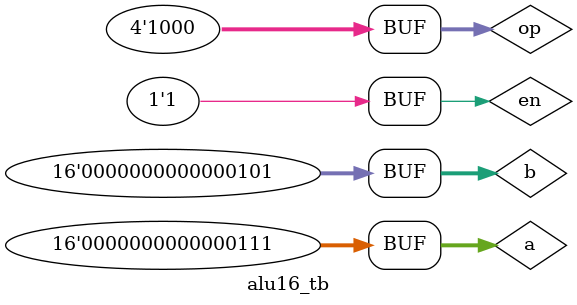
<source format=v>
module alu16(a, b, en, op, alu);
    // Input ports
    input [15:0] a, b;    // 16-bit input operands
    input en;             // Enable signal
    input [3:0] op;       // 4-bit operation selector
    
    // Output port
    output reg [31:0] alu; // 32-bit output result

    // Combinational logic block
    always @(a, b, en, op)
    begin
        if (en == 1'b1)   // ALU is enabled
            case (op)
                4'b0001: alu = a + b;    // Addition
                4'b0010: alu = a - b;    // Subtraction
                4'b0011: alu = ~a;       // Bitwise NOT of a
                4'b0100: alu = a * b;    // Multiplication
                4'b0101: alu = a & b;    // Bitwise AND
                4'b0110: alu = a | b;    // Bitwise OR
                4'b0111: alu = ~(a & b); // Bitwise NAND
                4'b1000: alu = a ^ b;    // Bitwise XOR
                default: alu = 32'b0;    // Default case: set output to zero
            endcase
        else 
            alu = 32'bZ;  // High impedance state when disabled
    end
endmodule

//testbench
module alu16_tb;
reg [15:0] a;
reg [15:0] b;
reg en;
reg [3:0] op;
wire [31:0] alu;
alu16 DUT(a,b,en,op,alu);
initial begin
$monitor (a,b,en,op,alu);
a = 16'b0000000000000000111;
b = 16'b0000000000000000101;
#50;
en = 1;op = 4'b0001; #50;
en = 1;op = 4'b0010; #50;
en = 1;op = 4'b0011; #50;
en = 1;op = 4'b0100; #50;
en = 1;op = 4'b0101; #50;
en = 1;op = 4'b0110; #50;
en = 1;op = 4'b0111; #50;
en = 1;op = 4'b1000; #50;
end
endmodule
</source>
